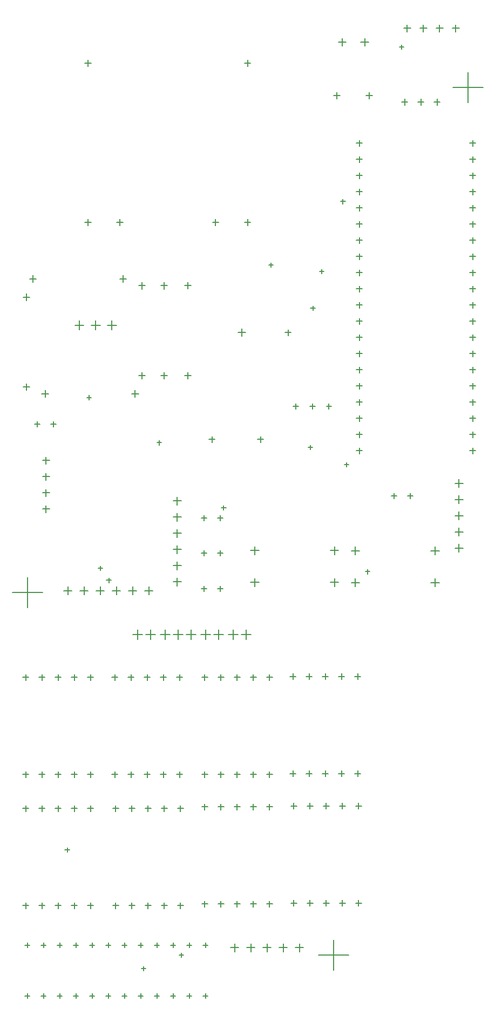
<source format=gbr>
%TF.GenerationSoftware,Altium Limited,Altium Designer,24.3.1 (35)*%
G04 Layer_Color=128*
%FSLAX25Y25*%
%MOIN*%
%TF.SameCoordinates,1C50E6C9-DA4A-4B26-87AC-B265A0C711DB*%
%TF.FilePolarity,Positive*%
%TF.FileFunction,Drillmap*%
%TF.Part,Single*%
G01*
G75*
%TA.AperFunction,NonConductor*%
%ADD52C,0.00500*%
D52*
X121504Y12740D02*
X124496D01*
X123000Y11244D02*
Y14236D01*
X111504Y12740D02*
X114496D01*
X113000Y11244D02*
Y14236D01*
X101504Y12740D02*
X104496D01*
X103000Y11244D02*
Y14236D01*
X91504Y12740D02*
X94496D01*
X93000Y11244D02*
Y14236D01*
X81504Y12740D02*
X84496D01*
X83000Y11244D02*
Y14236D01*
X71504Y12740D02*
X74496D01*
X73000Y11244D02*
Y14236D01*
X61504Y12740D02*
X64496D01*
X63000Y11244D02*
Y14236D01*
X51504Y12740D02*
X54496D01*
X53000Y11244D02*
Y14236D01*
X41504Y12740D02*
X44496D01*
X43000Y11244D02*
Y14236D01*
X31504Y12740D02*
X34496D01*
X33000Y11244D02*
Y14236D01*
X21504Y12740D02*
X24496D01*
X23000Y11244D02*
Y14236D01*
X11504Y12740D02*
X14496D01*
X13000Y11244D02*
Y14236D01*
X11504Y44000D02*
X14496D01*
X13000Y42504D02*
Y45496D01*
X21504Y44000D02*
X24496D01*
X23000Y42504D02*
Y45496D01*
X31504Y44000D02*
X34496D01*
X33000Y42504D02*
Y45496D01*
X41504Y44000D02*
X44496D01*
X43000Y42504D02*
Y45496D01*
X51504Y44000D02*
X54496D01*
X53000Y42504D02*
Y45496D01*
X61504Y44000D02*
X64496D01*
X63000Y42504D02*
Y45496D01*
X71504Y44000D02*
X74496D01*
X73000Y42504D02*
Y45496D01*
X81504Y44000D02*
X84496D01*
X83000Y42504D02*
Y45496D01*
X91504Y44000D02*
X94496D01*
X93000Y42504D02*
Y45496D01*
X101504Y44000D02*
X104496D01*
X103000Y42504D02*
Y45496D01*
X111504Y44000D02*
X114496D01*
X113000Y42504D02*
Y45496D01*
X121504Y44000D02*
X124496D01*
X123000Y42504D02*
Y45496D01*
X10130Y68500D02*
X13870D01*
X12000Y66630D02*
Y70370D01*
X20130Y68500D02*
X23870D01*
X22000Y66630D02*
Y70370D01*
X30130Y68500D02*
X33870D01*
X32000Y66630D02*
Y70370D01*
X40130Y68500D02*
X43870D01*
X42000Y66630D02*
Y70370D01*
X50130Y68500D02*
X53870D01*
X52000Y66630D02*
Y70370D01*
X50130Y128500D02*
X53870D01*
X52000Y126630D02*
Y130370D01*
X40130Y128500D02*
X43870D01*
X42000Y126630D02*
Y130370D01*
X30130Y128500D02*
X33870D01*
X32000Y126630D02*
Y130370D01*
X20130Y128500D02*
X23870D01*
X22000Y126630D02*
Y130370D01*
X10130Y128500D02*
X13870D01*
X12000Y126630D02*
Y130370D01*
X65630Y68500D02*
X69370D01*
X67500Y66630D02*
Y70370D01*
X75630Y68500D02*
X79370D01*
X77500Y66630D02*
Y70370D01*
X85630Y68500D02*
X89370D01*
X87500Y66630D02*
Y70370D01*
X95630Y68500D02*
X99370D01*
X97500Y66630D02*
Y70370D01*
X105630Y68500D02*
X109370D01*
X107500Y66630D02*
Y70370D01*
X105630Y128500D02*
X109370D01*
X107500Y126630D02*
Y130370D01*
X95630Y128500D02*
X99370D01*
X97500Y126630D02*
Y130370D01*
X85630Y128500D02*
X89370D01*
X87500Y126630D02*
Y130370D01*
X75630Y128500D02*
X79370D01*
X77500Y126630D02*
Y130370D01*
X65630Y128500D02*
X69370D01*
X67500Y126630D02*
Y130370D01*
X137000Y236000D02*
X143000D01*
X140000Y233000D02*
Y239000D01*
X120000Y236000D02*
X126000D01*
X123000Y233000D02*
Y239000D01*
X86000Y236000D02*
X92000D01*
X89000Y233000D02*
Y239000D01*
X103000Y236000D02*
X109000D01*
X106000Y233000D02*
Y239000D01*
X78000Y236000D02*
X84000D01*
X81000Y233000D02*
Y239000D01*
X111000Y236000D02*
X117000D01*
X114000Y233000D02*
Y239000D01*
X95000Y236000D02*
X101000D01*
X98000Y233000D02*
Y239000D01*
X128000Y236000D02*
X134000D01*
X131000Y233000D02*
Y239000D01*
X175630Y70000D02*
X179370D01*
X177500Y68130D02*
Y71870D01*
X185630Y70000D02*
X189370D01*
X187500Y68130D02*
Y71870D01*
X195630Y70000D02*
X199370D01*
X197500Y68130D02*
Y71870D01*
X205630Y70000D02*
X209370D01*
X207500Y68130D02*
Y71870D01*
X215630Y70000D02*
X219370D01*
X217500Y68130D02*
Y71870D01*
X215630Y130000D02*
X219370D01*
X217500Y128130D02*
Y131870D01*
X205630Y130000D02*
X209370D01*
X207500Y128130D02*
Y131870D01*
X195630Y130000D02*
X199370D01*
X197500Y128130D02*
Y131870D01*
X185630Y130000D02*
X189370D01*
X187500Y128130D02*
Y131870D01*
X175630Y130000D02*
X179370D01*
X177500Y128130D02*
Y131870D01*
X145000Y236000D02*
X151000D01*
X148000Y233000D02*
Y239000D01*
X178539Y42500D02*
X183461D01*
X181000Y40039D02*
Y44961D01*
X168539Y42500D02*
X173461D01*
X171000Y40039D02*
Y44961D01*
X158539Y42500D02*
X163461D01*
X161000Y40039D02*
Y44961D01*
X148539Y42500D02*
X153461D01*
X151000Y40039D02*
Y44961D01*
X138539Y42500D02*
X143461D01*
X141000Y40039D02*
Y44961D01*
X120630Y69500D02*
X124370D01*
X122500Y67630D02*
Y71370D01*
X130630Y69500D02*
X134370D01*
X132500Y67630D02*
Y71370D01*
X140630Y69500D02*
X144370D01*
X142500Y67630D02*
Y71370D01*
X150630Y69500D02*
X154370D01*
X152500Y67630D02*
Y71370D01*
X160630Y69500D02*
X164370D01*
X162500Y67630D02*
Y71370D01*
X160630Y129500D02*
X164370D01*
X162500Y127630D02*
Y131370D01*
X150630Y129500D02*
X154370D01*
X152500Y127630D02*
Y131370D01*
X140630Y129500D02*
X144370D01*
X142500Y127630D02*
Y131370D01*
X130630Y129500D02*
X134370D01*
X132500Y127630D02*
Y131370D01*
X120630Y129500D02*
X124370D01*
X122500Y127630D02*
Y131370D01*
X192625Y38000D02*
X211375D01*
X202000Y28625D02*
Y47375D01*
X175130Y150000D02*
X178870D01*
X177000Y148130D02*
Y151870D01*
X185130Y150000D02*
X188870D01*
X187000Y148130D02*
Y151870D01*
X195130Y150000D02*
X198870D01*
X197000Y148130D02*
Y151870D01*
X205130Y150000D02*
X208870D01*
X207000Y148130D02*
Y151870D01*
X215130Y150000D02*
X218870D01*
X217000Y148130D02*
Y151870D01*
X215130Y210000D02*
X218870D01*
X217000Y208130D02*
Y211870D01*
X205130Y210000D02*
X208870D01*
X207000Y208130D02*
Y211870D01*
X195130Y210000D02*
X198870D01*
X197000Y208130D02*
Y211870D01*
X185130Y210000D02*
X188870D01*
X187000Y208130D02*
Y211870D01*
X175130Y210000D02*
X178870D01*
X177000Y208130D02*
Y211870D01*
X10130Y149500D02*
X13870D01*
X12000Y147630D02*
Y151370D01*
X20130Y149500D02*
X23870D01*
X22000Y147630D02*
Y151370D01*
X30130Y149500D02*
X33870D01*
X32000Y147630D02*
Y151370D01*
X40130Y149500D02*
X43870D01*
X42000Y147630D02*
Y151370D01*
X50130Y149500D02*
X53870D01*
X52000Y147630D02*
Y151370D01*
X50130Y209500D02*
X53870D01*
X52000Y207630D02*
Y211370D01*
X40130Y209500D02*
X43870D01*
X42000Y207630D02*
Y211370D01*
X30130Y209500D02*
X33870D01*
X32000Y207630D02*
Y211370D01*
X20130Y209500D02*
X23870D01*
X22000Y207630D02*
Y211370D01*
X10130Y209500D02*
X13870D01*
X12000Y207630D02*
Y211370D01*
X120630Y149500D02*
X124370D01*
X122500Y147630D02*
Y151370D01*
X130630Y149500D02*
X134370D01*
X132500Y147630D02*
Y151370D01*
X140630Y149500D02*
X144370D01*
X142500Y147630D02*
Y151370D01*
X150630Y149500D02*
X154370D01*
X152500Y147630D02*
Y151370D01*
X160630Y149500D02*
X164370D01*
X162500Y147630D02*
Y151370D01*
X160630Y209500D02*
X164370D01*
X162500Y207630D02*
Y211370D01*
X150630Y209500D02*
X154370D01*
X152500Y207630D02*
Y211370D01*
X140630Y209500D02*
X144370D01*
X142500Y207630D02*
Y211370D01*
X130630Y209500D02*
X134370D01*
X132500Y207630D02*
Y211370D01*
X120630Y209500D02*
X124370D01*
X122500Y207630D02*
Y211370D01*
X65130Y149500D02*
X68870D01*
X67000Y147630D02*
Y151370D01*
X75130Y149500D02*
X78870D01*
X77000Y147630D02*
Y151370D01*
X85130Y149500D02*
X88870D01*
X87000Y147630D02*
Y151370D01*
X95130Y149500D02*
X98870D01*
X97000Y147630D02*
Y151370D01*
X105130Y149500D02*
X108870D01*
X107000Y147630D02*
Y151370D01*
X105130Y209500D02*
X108870D01*
X107000Y207630D02*
Y211370D01*
X95130Y209500D02*
X98870D01*
X97000Y207630D02*
Y211370D01*
X85130Y209500D02*
X88870D01*
X87000Y207630D02*
Y211370D01*
X75130Y209500D02*
X78870D01*
X77000Y207630D02*
Y211370D01*
X65130Y209500D02*
X68870D01*
X67000Y207630D02*
Y211370D01*
X3625Y262000D02*
X22375D01*
X13000Y252625D02*
Y271375D01*
X275625Y574000D02*
X294375D01*
X285000Y564625D02*
Y583375D01*
X277039Y329345D02*
X281961D01*
X279500Y326885D02*
Y331806D01*
X277039Y319345D02*
X281961D01*
X279500Y316885D02*
Y321806D01*
X277039Y309345D02*
X281961D01*
X279500Y306885D02*
Y311806D01*
X277039Y299345D02*
X281961D01*
X279500Y296885D02*
Y301806D01*
X277039Y289345D02*
X281961D01*
X279500Y286885D02*
Y291806D01*
X197622Y377000D02*
X200850D01*
X199236Y375386D02*
Y378614D01*
X187386Y377000D02*
X190614D01*
X189000Y375386D02*
Y378614D01*
X177150Y377000D02*
X180378D01*
X178764Y375386D02*
Y378614D01*
X125190Y356500D02*
X128733D01*
X126961Y354728D02*
Y358272D01*
X155190Y356500D02*
X158733D01*
X156961Y354728D02*
Y358272D01*
X264100Y565000D02*
X267900D01*
X266000Y563100D02*
Y566900D01*
X254100Y565000D02*
X257900D01*
X256000Y563100D02*
Y566900D01*
X244100Y565000D02*
X247900D01*
X246000Y563100D02*
Y566900D01*
X247827Y321500D02*
X251173D01*
X249500Y319827D02*
Y323173D01*
X237827Y321500D02*
X241173D01*
X239500Y319827D02*
Y323173D01*
X275394Y610500D02*
X279606D01*
X277500Y608394D02*
Y612606D01*
X265394Y610500D02*
X269606D01*
X267500Y608394D02*
Y612606D01*
X255394Y610500D02*
X259606D01*
X257500Y608394D02*
Y612606D01*
X245394Y610500D02*
X249606D01*
X247500Y608394D02*
Y612606D01*
X103039Y268500D02*
X107961D01*
X105500Y266039D02*
Y270961D01*
X103039Y278500D02*
X107961D01*
X105500Y276039D02*
Y280961D01*
X103039Y288500D02*
X107961D01*
X105500Y286039D02*
Y290961D01*
X103039Y298500D02*
X107961D01*
X105500Y296039D02*
Y300961D01*
X103039Y308500D02*
X107961D01*
X105500Y306039D02*
Y310961D01*
X103039Y318500D02*
X107961D01*
X105500Y316039D02*
Y320961D01*
X216228Y439500D02*
X219772D01*
X218000Y437728D02*
Y441272D01*
X216228Y449500D02*
X219772D01*
X218000Y447728D02*
Y451272D01*
X216228Y429500D02*
X219772D01*
X218000Y427728D02*
Y431272D01*
X216228Y419500D02*
X219772D01*
X218000Y417728D02*
Y421272D01*
X216228Y409500D02*
X219772D01*
X218000Y407728D02*
Y411272D01*
X216228Y399500D02*
X219772D01*
X218000Y397728D02*
Y401272D01*
X216228Y389500D02*
X219772D01*
X218000Y387728D02*
Y391272D01*
X216228Y379500D02*
X219772D01*
X218000Y377728D02*
Y381272D01*
X216228Y369500D02*
X219772D01*
X218000Y367728D02*
Y371272D01*
X216228Y359500D02*
X219772D01*
X218000Y357728D02*
Y361272D01*
X216228Y349500D02*
X219772D01*
X218000Y347728D02*
Y351272D01*
X216228Y459500D02*
X219772D01*
X218000Y457728D02*
Y461272D01*
X216228Y469500D02*
X219772D01*
X218000Y467728D02*
Y471272D01*
X216228Y479500D02*
X219772D01*
X218000Y477728D02*
Y481272D01*
X216228Y489500D02*
X219772D01*
X218000Y487728D02*
Y491272D01*
X216228Y499500D02*
X219772D01*
X218000Y497728D02*
Y501272D01*
X216228Y509500D02*
X219772D01*
X218000Y507728D02*
Y511272D01*
X216228Y519500D02*
X219772D01*
X218000Y517728D02*
Y521272D01*
X216228Y529500D02*
X219772D01*
X218000Y527728D02*
Y531272D01*
X216228Y539500D02*
X219772D01*
X218000Y537728D02*
Y541272D01*
X286228Y439500D02*
X289772D01*
X288000Y437728D02*
Y441272D01*
X286228Y449500D02*
X289772D01*
X288000Y447728D02*
Y451272D01*
X286228Y429500D02*
X289772D01*
X288000Y427728D02*
Y431272D01*
X286228Y419500D02*
X289772D01*
X288000Y417728D02*
Y421272D01*
X286228Y409500D02*
X289772D01*
X288000Y407728D02*
Y411272D01*
X286228Y399500D02*
X289772D01*
X288000Y397728D02*
Y401272D01*
X286228Y389500D02*
X289772D01*
X288000Y387728D02*
Y391272D01*
X286228Y379500D02*
X289772D01*
X288000Y377728D02*
Y381272D01*
X286228Y369500D02*
X289772D01*
X288000Y367728D02*
Y371272D01*
X286228Y359500D02*
X289772D01*
X288000Y357728D02*
Y361272D01*
X286228Y349500D02*
X289772D01*
X288000Y347728D02*
Y351272D01*
X286228Y459500D02*
X289772D01*
X288000Y457728D02*
Y461272D01*
X286228Y469500D02*
X289772D01*
X288000Y467728D02*
Y471272D01*
X286228Y479500D02*
X289772D01*
X288000Y477728D02*
Y481272D01*
X286228Y489500D02*
X289772D01*
X288000Y487728D02*
Y491272D01*
X286228Y499500D02*
X289772D01*
X288000Y497728D02*
Y501272D01*
X286228Y509500D02*
X289772D01*
X288000Y507728D02*
Y511272D01*
X286228Y519500D02*
X289772D01*
X288000Y517728D02*
Y521272D01*
X286228Y529500D02*
X289772D01*
X288000Y527728D02*
Y531272D01*
X286228Y539500D02*
X289772D01*
X288000Y537728D02*
Y541272D01*
X212941Y287726D02*
X218059D01*
X215500Y285167D02*
Y290285D01*
X262154Y287726D02*
X267272D01*
X264713Y285167D02*
Y290285D01*
X212941Y268041D02*
X218059D01*
X215500Y265482D02*
Y270601D01*
X262154Y268041D02*
X267272D01*
X264713Y265482D02*
Y270601D01*
X150835Y287840D02*
X155953D01*
X153394Y285280D02*
Y290399D01*
X200047Y287840D02*
X205166D01*
X202606Y285280D02*
Y290399D01*
X150835Y268155D02*
X155953D01*
X153394Y265596D02*
Y270714D01*
X200047Y268155D02*
X205166D01*
X202606Y265596D02*
Y270714D01*
X120346Y264266D02*
X123653D01*
X122000Y262612D02*
Y265919D01*
X130347Y264266D02*
X133653D01*
X132000Y262612D02*
Y265919D01*
X120346Y308000D02*
X123653D01*
X122000Y306347D02*
Y309653D01*
X130347Y308000D02*
X133653D01*
X132000Y306347D02*
Y309653D01*
X120346Y286133D02*
X123653D01*
X122000Y284479D02*
Y287786D01*
X130347Y286133D02*
X133653D01*
X132000Y284479D02*
Y287786D01*
X35539Y263000D02*
X40461D01*
X38000Y260539D02*
Y265461D01*
X45539Y263000D02*
X50461D01*
X48000Y260539D02*
Y265461D01*
X55539Y263000D02*
X60461D01*
X58000Y260539D02*
Y265461D01*
X65539Y263000D02*
X70461D01*
X68000Y260539D02*
Y265461D01*
X75539Y263000D02*
X80461D01*
X78000Y260539D02*
Y265461D01*
X85539Y263000D02*
X90461D01*
X88000Y260539D02*
Y265461D01*
X143158Y422500D02*
X147725D01*
X145442Y420217D02*
Y424784D01*
X172214Y422500D02*
X175757D01*
X173985Y420728D02*
Y424272D01*
X22394Y343500D02*
X26606D01*
X24500Y341394D02*
Y345606D01*
X22394Y333500D02*
X26606D01*
X24500Y331394D02*
Y335606D01*
X22394Y323500D02*
X26606D01*
X24500Y321394D02*
Y325606D01*
X22394Y313500D02*
X26606D01*
X24500Y311394D02*
Y315606D01*
X109933Y396000D02*
X114067D01*
X112000Y393933D02*
Y398067D01*
X109933Y451512D02*
X114067D01*
X112000Y449445D02*
Y453579D01*
X17346Y366000D02*
X20653D01*
X19000Y364347D02*
Y367653D01*
X27347Y366000D02*
X30654D01*
X29000Y364347D02*
Y367653D01*
X81743Y451500D02*
X85877D01*
X83810Y449433D02*
Y453567D01*
X81743Y395988D02*
X85877D01*
X83810Y393921D02*
Y398055D01*
X77346Y384700D02*
X81677D01*
X79512Y382535D02*
Y386865D01*
X21835Y384700D02*
X26165D01*
X24000Y382535D02*
Y386865D01*
X95433Y395988D02*
X99567D01*
X97500Y393921D02*
Y398055D01*
X95433Y451500D02*
X99567D01*
X97500Y449433D02*
Y453567D01*
X62396Y427000D02*
X67986D01*
X65191Y424205D02*
Y429795D01*
X52356Y427000D02*
X57947D01*
X55152Y424205D02*
Y429795D01*
X42317Y427000D02*
X47908D01*
X45112Y424205D02*
Y429795D01*
X10433Y444431D02*
X14567D01*
X12500Y442364D02*
Y446498D01*
X10433Y388919D02*
X14567D01*
X12500Y386852D02*
Y390986D01*
X14433Y455716D02*
X18567D01*
X16500Y453649D02*
Y457783D01*
X69945Y455716D02*
X74079D01*
X72012Y453649D02*
Y457783D01*
X222031Y569000D02*
X225969D01*
X224000Y567031D02*
Y570968D01*
X202031Y569000D02*
X205968D01*
X204000Y567031D02*
Y570968D01*
X218917Y602000D02*
X223642D01*
X221280Y599638D02*
Y604362D01*
X205138Y602000D02*
X209862D01*
X207500Y599638D02*
Y604362D01*
X48531Y589000D02*
X52469D01*
X50500Y587032D02*
Y590969D01*
X146957Y589000D02*
X150894D01*
X148925Y587032D02*
Y590969D01*
X146957Y490575D02*
X150894D01*
X148925Y488606D02*
Y492543D01*
X127272Y490575D02*
X131209D01*
X129240Y488606D02*
Y492543D01*
X68217Y490575D02*
X72154D01*
X70185Y488606D02*
Y492543D01*
X48531Y490575D02*
X52469D01*
X50500Y488606D02*
Y492543D01*
X242600Y599000D02*
X245400D01*
X244000Y597600D02*
Y600400D01*
X208600Y341000D02*
X211400D01*
X210000Y339600D02*
Y342400D01*
X106600Y38000D02*
X109400D01*
X108000Y36600D02*
Y39400D01*
X61913Y269500D02*
X64713D01*
X63313Y268100D02*
Y270900D01*
X36200Y102900D02*
X39000D01*
X37600Y101500D02*
Y104300D01*
X193450Y460350D02*
X196250D01*
X194850Y458950D02*
Y461750D01*
X132800Y314200D02*
X135600D01*
X134200Y312800D02*
Y315600D01*
X162100Y464200D02*
X164900D01*
X163500Y462800D02*
Y465600D01*
X56600Y277000D02*
X59400D01*
X58000Y275600D02*
Y278400D01*
X221700Y274800D02*
X224500D01*
X223100Y273400D02*
Y276200D01*
X206500Y503500D02*
X209300D01*
X207900Y502100D02*
Y504900D01*
X93000Y354500D02*
X95800D01*
X94400Y353100D02*
Y355900D01*
X83400Y29700D02*
X86200D01*
X84800Y28300D02*
Y31100D01*
X49676Y382400D02*
X52476D01*
X51076Y381000D02*
Y383800D01*
X187900Y437700D02*
X190700D01*
X189300Y436300D02*
Y439100D01*
X186400Y351700D02*
X189200D01*
X187800Y350300D02*
Y353100D01*
%TF.MD5,e34efca43b346eccfa1a8e69ed1b2ca5*%
M02*

</source>
